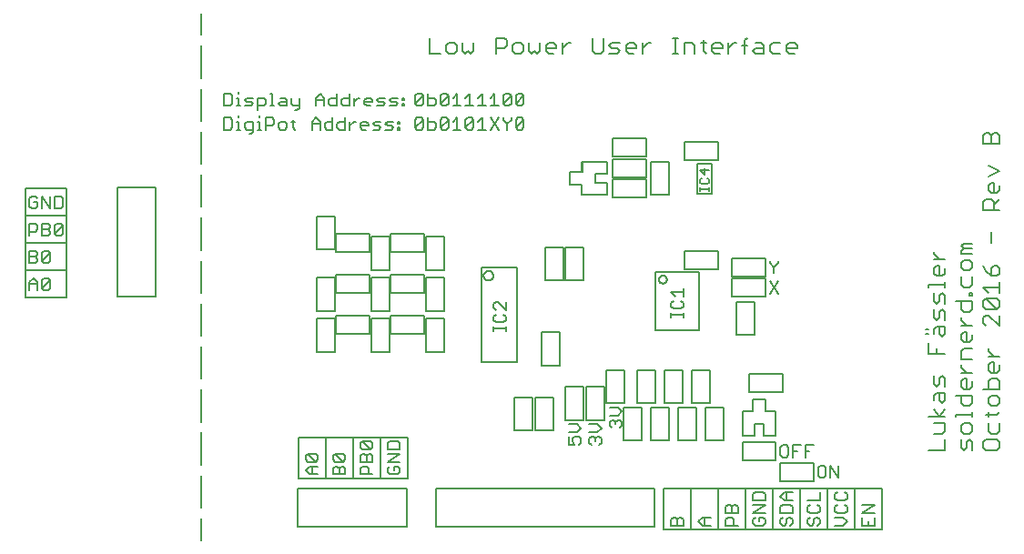
<source format=gto>
G75*
%MOIN*%
%OFA0B0*%
%FSLAX25Y25*%
%IPPOS*%
%LPD*%
%AMOC8*
5,1,8,0,0,1.08239X$1,22.5*
%
%ADD10C,0.00591*%
%ADD11C,0.00600*%
%ADD12C,0.00800*%
D10*
X0122083Y0002022D02*
X0122083Y0009896D01*
X0122083Y0013833D02*
X0122083Y0025644D01*
X0122083Y0029581D02*
X0122083Y0041392D01*
X0122083Y0045329D02*
X0122083Y0057140D01*
X0122083Y0061077D02*
X0122083Y0072888D01*
X0122083Y0076825D02*
X0122083Y0088636D01*
X0122083Y0092573D02*
X0122083Y0104385D01*
X0122083Y0108322D02*
X0122083Y0120133D01*
X0122083Y0124070D02*
X0122083Y0135881D01*
X0122083Y0139818D02*
X0122083Y0151629D01*
X0122083Y0155566D02*
X0122083Y0167377D01*
X0122083Y0171314D02*
X0122083Y0183125D01*
X0122083Y0187062D02*
X0122083Y0194936D01*
X0105461Y0131274D02*
X0091461Y0131274D01*
X0091461Y0091274D01*
X0105461Y0091274D01*
X0105461Y0131274D01*
X0072595Y0130772D02*
X0072595Y0120772D01*
X0057595Y0120772D01*
X0057595Y0110772D01*
X0072595Y0110772D01*
X0072595Y0120772D01*
X0072595Y0130772D02*
X0057595Y0130772D01*
X0057595Y0120772D01*
X0057595Y0110772D02*
X0057595Y0100772D01*
X0072595Y0100772D01*
X0072595Y0110772D01*
X0072595Y0100772D02*
X0072595Y0090772D01*
X0057595Y0090772D01*
X0057595Y0100772D01*
X0164249Y0098125D02*
X0164249Y0085920D01*
X0170942Y0085920D01*
X0170942Y0098125D01*
X0164249Y0098125D01*
X0171493Y0099119D02*
X0171493Y0092426D01*
X0183698Y0092426D01*
X0183698Y0099119D01*
X0171493Y0099119D01*
X0184249Y0098125D02*
X0184249Y0085920D01*
X0190942Y0085920D01*
X0190942Y0098125D01*
X0184249Y0098125D01*
X0184249Y0100920D02*
X0190942Y0100920D01*
X0190942Y0113125D01*
X0184249Y0113125D01*
X0184249Y0100920D01*
X0191493Y0099119D02*
X0191493Y0092426D01*
X0203698Y0092426D01*
X0203698Y0099119D01*
X0191493Y0099119D01*
X0204249Y0098125D02*
X0210942Y0098125D01*
X0210942Y0085920D01*
X0204249Y0085920D01*
X0204249Y0098125D01*
X0204249Y0100920D02*
X0210942Y0100920D01*
X0210942Y0113125D01*
X0204249Y0113125D01*
X0204249Y0100920D01*
X0203698Y0107426D02*
X0191493Y0107426D01*
X0191493Y0114119D01*
X0203698Y0114119D01*
X0203698Y0107426D01*
X0224849Y0101747D02*
X0237841Y0101747D01*
X0237841Y0067298D01*
X0224849Y0067298D01*
X0224849Y0101747D01*
X0225463Y0098897D02*
X0225465Y0098980D01*
X0225471Y0099064D01*
X0225481Y0099147D01*
X0225494Y0099229D01*
X0225512Y0099311D01*
X0225534Y0099391D01*
X0225559Y0099471D01*
X0225588Y0099549D01*
X0225620Y0099626D01*
X0225657Y0099702D01*
X0225696Y0099775D01*
X0225740Y0099846D01*
X0225786Y0099916D01*
X0225836Y0099983D01*
X0225889Y0100048D01*
X0225944Y0100110D01*
X0226003Y0100169D01*
X0226065Y0100226D01*
X0226129Y0100279D01*
X0226195Y0100330D01*
X0226264Y0100377D01*
X0226335Y0100421D01*
X0226408Y0100462D01*
X0226483Y0100499D01*
X0226559Y0100532D01*
X0226637Y0100562D01*
X0226717Y0100588D01*
X0226797Y0100611D01*
X0226878Y0100629D01*
X0226961Y0100644D01*
X0227043Y0100655D01*
X0227127Y0100662D01*
X0227210Y0100665D01*
X0227294Y0100664D01*
X0227377Y0100659D01*
X0227460Y0100650D01*
X0227543Y0100637D01*
X0227624Y0100621D01*
X0227705Y0100600D01*
X0227785Y0100576D01*
X0227864Y0100548D01*
X0227941Y0100516D01*
X0228017Y0100481D01*
X0228091Y0100442D01*
X0228163Y0100400D01*
X0228233Y0100354D01*
X0228300Y0100305D01*
X0228366Y0100253D01*
X0228428Y0100198D01*
X0228489Y0100140D01*
X0228546Y0100079D01*
X0228600Y0100016D01*
X0228651Y0099950D01*
X0228700Y0099881D01*
X0228744Y0099811D01*
X0228786Y0099738D01*
X0228824Y0099664D01*
X0228858Y0099588D01*
X0228889Y0099510D01*
X0228916Y0099431D01*
X0228940Y0099351D01*
X0228959Y0099270D01*
X0228975Y0099188D01*
X0228987Y0099105D01*
X0228995Y0099022D01*
X0228999Y0098939D01*
X0228999Y0098855D01*
X0228995Y0098772D01*
X0228987Y0098689D01*
X0228975Y0098606D01*
X0228959Y0098524D01*
X0228940Y0098443D01*
X0228916Y0098363D01*
X0228889Y0098284D01*
X0228858Y0098206D01*
X0228824Y0098130D01*
X0228786Y0098056D01*
X0228744Y0097983D01*
X0228700Y0097913D01*
X0228651Y0097844D01*
X0228600Y0097778D01*
X0228546Y0097715D01*
X0228489Y0097654D01*
X0228428Y0097596D01*
X0228366Y0097541D01*
X0228300Y0097489D01*
X0228233Y0097440D01*
X0228163Y0097394D01*
X0228091Y0097352D01*
X0228017Y0097313D01*
X0227941Y0097278D01*
X0227864Y0097246D01*
X0227785Y0097218D01*
X0227705Y0097194D01*
X0227624Y0097173D01*
X0227543Y0097157D01*
X0227460Y0097144D01*
X0227377Y0097135D01*
X0227294Y0097130D01*
X0227210Y0097129D01*
X0227127Y0097132D01*
X0227043Y0097139D01*
X0226961Y0097150D01*
X0226878Y0097165D01*
X0226797Y0097183D01*
X0226717Y0097206D01*
X0226637Y0097232D01*
X0226559Y0097262D01*
X0226483Y0097295D01*
X0226408Y0097332D01*
X0226335Y0097373D01*
X0226264Y0097417D01*
X0226195Y0097464D01*
X0226129Y0097515D01*
X0226065Y0097568D01*
X0226003Y0097625D01*
X0225944Y0097684D01*
X0225889Y0097746D01*
X0225836Y0097811D01*
X0225786Y0097878D01*
X0225740Y0097948D01*
X0225696Y0098019D01*
X0225657Y0098092D01*
X0225620Y0098168D01*
X0225588Y0098245D01*
X0225559Y0098323D01*
X0225534Y0098403D01*
X0225512Y0098483D01*
X0225494Y0098565D01*
X0225481Y0098647D01*
X0225471Y0098730D01*
X0225465Y0098814D01*
X0225463Y0098897D01*
X0247999Y0097170D02*
X0247999Y0109375D01*
X0254692Y0109375D01*
X0254692Y0097170D01*
X0247999Y0097170D01*
X0255499Y0097170D02*
X0262192Y0097170D01*
X0262192Y0109375D01*
X0255499Y0109375D01*
X0255499Y0097170D01*
X0288471Y0100152D02*
X0304219Y0100152D01*
X0304219Y0078892D01*
X0288471Y0078892D01*
X0288471Y0100152D01*
X0289653Y0097495D02*
X0289655Y0097572D01*
X0289661Y0097648D01*
X0289671Y0097724D01*
X0289685Y0097799D01*
X0289702Y0097874D01*
X0289724Y0097947D01*
X0289749Y0098020D01*
X0289779Y0098091D01*
X0289811Y0098160D01*
X0289848Y0098227D01*
X0289887Y0098293D01*
X0289930Y0098356D01*
X0289977Y0098417D01*
X0290026Y0098476D01*
X0290079Y0098532D01*
X0290134Y0098585D01*
X0290192Y0098635D01*
X0290252Y0098682D01*
X0290315Y0098726D01*
X0290380Y0098767D01*
X0290447Y0098804D01*
X0290516Y0098838D01*
X0290586Y0098868D01*
X0290658Y0098894D01*
X0290732Y0098916D01*
X0290806Y0098935D01*
X0290881Y0098950D01*
X0290957Y0098961D01*
X0291033Y0098968D01*
X0291110Y0098971D01*
X0291186Y0098970D01*
X0291263Y0098965D01*
X0291339Y0098956D01*
X0291415Y0098943D01*
X0291489Y0098926D01*
X0291563Y0098906D01*
X0291636Y0098881D01*
X0291707Y0098853D01*
X0291777Y0098821D01*
X0291845Y0098786D01*
X0291911Y0098747D01*
X0291975Y0098705D01*
X0292036Y0098659D01*
X0292096Y0098610D01*
X0292152Y0098559D01*
X0292206Y0098504D01*
X0292257Y0098447D01*
X0292305Y0098387D01*
X0292350Y0098325D01*
X0292391Y0098260D01*
X0292429Y0098194D01*
X0292464Y0098126D01*
X0292494Y0098055D01*
X0292522Y0097984D01*
X0292545Y0097911D01*
X0292565Y0097837D01*
X0292581Y0097762D01*
X0292593Y0097686D01*
X0292601Y0097610D01*
X0292605Y0097533D01*
X0292605Y0097457D01*
X0292601Y0097380D01*
X0292593Y0097304D01*
X0292581Y0097228D01*
X0292565Y0097153D01*
X0292545Y0097079D01*
X0292522Y0097006D01*
X0292494Y0096935D01*
X0292464Y0096864D01*
X0292429Y0096796D01*
X0292391Y0096730D01*
X0292350Y0096665D01*
X0292305Y0096603D01*
X0292257Y0096543D01*
X0292206Y0096486D01*
X0292152Y0096431D01*
X0292096Y0096380D01*
X0292036Y0096331D01*
X0291975Y0096285D01*
X0291911Y0096243D01*
X0291845Y0096204D01*
X0291777Y0096169D01*
X0291707Y0096137D01*
X0291636Y0096109D01*
X0291563Y0096084D01*
X0291489Y0096064D01*
X0291415Y0096047D01*
X0291339Y0096034D01*
X0291263Y0096025D01*
X0291186Y0096020D01*
X0291110Y0096019D01*
X0291033Y0096022D01*
X0290957Y0096029D01*
X0290881Y0096040D01*
X0290806Y0096055D01*
X0290732Y0096074D01*
X0290658Y0096096D01*
X0290586Y0096122D01*
X0290516Y0096152D01*
X0290447Y0096186D01*
X0290380Y0096223D01*
X0290315Y0096264D01*
X0290252Y0096308D01*
X0290192Y0096355D01*
X0290134Y0096405D01*
X0290079Y0096458D01*
X0290026Y0096514D01*
X0289977Y0096573D01*
X0289930Y0096634D01*
X0289887Y0096697D01*
X0289848Y0096763D01*
X0289811Y0096830D01*
X0289779Y0096899D01*
X0289749Y0096970D01*
X0289724Y0097043D01*
X0289702Y0097116D01*
X0289685Y0097191D01*
X0289671Y0097266D01*
X0289661Y0097342D01*
X0289655Y0097418D01*
X0289653Y0097495D01*
X0298993Y0101176D02*
X0298993Y0107869D01*
X0311198Y0107869D01*
X0311198Y0101176D01*
X0298993Y0101176D01*
X0316493Y0098676D02*
X0316493Y0105369D01*
X0328698Y0105369D01*
X0328698Y0098676D01*
X0316493Y0098676D01*
X0316493Y0097869D02*
X0316493Y0091176D01*
X0328698Y0091176D01*
X0328698Y0097869D01*
X0316493Y0097869D01*
X0317999Y0089375D02*
X0317999Y0077170D01*
X0324692Y0077170D01*
X0324692Y0089375D01*
X0317999Y0089375D01*
X0308442Y0064375D02*
X0301749Y0064375D01*
X0301749Y0052170D01*
X0308442Y0052170D01*
X0308442Y0064375D01*
X0298442Y0064375D02*
X0291749Y0064375D01*
X0291749Y0052170D01*
X0298442Y0052170D01*
X0298442Y0064375D01*
X0288442Y0064375D02*
X0281749Y0064375D01*
X0281749Y0052170D01*
X0288442Y0052170D01*
X0288442Y0064375D01*
X0277192Y0064375D02*
X0270499Y0064375D01*
X0270499Y0052170D01*
X0277192Y0052170D01*
X0277192Y0064375D01*
X0269692Y0058125D02*
X0262999Y0058125D01*
X0262999Y0045920D01*
X0269692Y0045920D01*
X0269692Y0058125D01*
X0262192Y0058125D02*
X0255499Y0058125D01*
X0255499Y0045920D01*
X0262192Y0045920D01*
X0262192Y0058125D01*
X0250942Y0054375D02*
X0244249Y0054375D01*
X0244249Y0042170D01*
X0250942Y0042170D01*
X0250942Y0054375D01*
X0243442Y0054375D02*
X0236749Y0054375D01*
X0236749Y0042170D01*
X0243442Y0042170D01*
X0243442Y0054375D01*
X0246749Y0065920D02*
X0253442Y0065920D01*
X0253442Y0078125D01*
X0246749Y0078125D01*
X0246749Y0065920D01*
X0276749Y0050625D02*
X0283442Y0050625D01*
X0283442Y0038420D01*
X0276749Y0038420D01*
X0276749Y0050625D01*
X0286749Y0050625D02*
X0293442Y0050625D01*
X0293442Y0038420D01*
X0286749Y0038420D01*
X0286749Y0050625D01*
X0296749Y0050625D02*
X0303442Y0050625D01*
X0303442Y0038420D01*
X0296749Y0038420D01*
X0296749Y0050625D01*
X0306749Y0050625D02*
X0313442Y0050625D01*
X0313442Y0038420D01*
X0306749Y0038420D01*
X0306749Y0050625D01*
X0320440Y0049385D02*
X0323983Y0049385D01*
X0323983Y0053715D01*
X0328707Y0053715D01*
X0328707Y0049385D01*
X0332251Y0049385D01*
X0332251Y0040329D01*
X0327920Y0040329D01*
X0327920Y0044660D01*
X0324770Y0044660D01*
X0324770Y0040329D01*
X0320440Y0040329D01*
X0320440Y0049385D01*
X0322743Y0056176D02*
X0334948Y0056176D01*
X0334948Y0062869D01*
X0322743Y0062869D01*
X0322743Y0056176D01*
X0320243Y0037869D02*
X0320243Y0031176D01*
X0332448Y0031176D01*
X0332448Y0037869D01*
X0320243Y0037869D01*
X0333993Y0030369D02*
X0333993Y0023676D01*
X0346198Y0023676D01*
X0346198Y0030369D01*
X0333993Y0030369D01*
X0331345Y0020772D02*
X0321345Y0020772D01*
X0321345Y0005772D01*
X0311345Y0005772D01*
X0311345Y0020772D01*
X0321345Y0020772D01*
X0311345Y0020772D02*
X0301345Y0020772D01*
X0301345Y0005772D01*
X0291345Y0005772D01*
X0291345Y0020772D01*
X0301345Y0020772D01*
X0288068Y0020833D02*
X0288068Y0006833D01*
X0208068Y0006833D01*
X0208068Y0020833D01*
X0288068Y0020833D01*
X0301345Y0005772D02*
X0311345Y0005772D01*
X0321345Y0005772D02*
X0331345Y0005772D01*
X0331345Y0020772D01*
X0341345Y0020772D01*
X0341345Y0005772D01*
X0331345Y0005772D01*
X0341345Y0005772D02*
X0351345Y0005772D01*
X0351345Y0020772D01*
X0361345Y0020772D01*
X0361345Y0005772D01*
X0351345Y0005772D01*
X0361345Y0005772D02*
X0371345Y0005772D01*
X0371345Y0020772D01*
X0361345Y0020772D01*
X0351345Y0020772D02*
X0341345Y0020772D01*
X0210942Y0070920D02*
X0210942Y0083125D01*
X0204249Y0083125D01*
X0204249Y0070920D01*
X0210942Y0070920D01*
X0203698Y0077426D02*
X0203698Y0084119D01*
X0191493Y0084119D01*
X0191493Y0077426D01*
X0203698Y0077426D01*
X0190942Y0083125D02*
X0190942Y0070920D01*
X0184249Y0070920D01*
X0184249Y0083125D01*
X0190942Y0083125D01*
X0183698Y0084119D02*
X0171493Y0084119D01*
X0171493Y0077426D01*
X0183698Y0077426D01*
X0183698Y0084119D01*
X0170942Y0083125D02*
X0164249Y0083125D01*
X0164249Y0070920D01*
X0170942Y0070920D01*
X0170942Y0083125D01*
X0171493Y0107426D02*
X0171493Y0114119D01*
X0183698Y0114119D01*
X0183698Y0107426D01*
X0171493Y0107426D01*
X0170942Y0108420D02*
X0170942Y0120625D01*
X0164249Y0120625D01*
X0164249Y0108420D01*
X0170942Y0108420D01*
X0257152Y0132160D02*
X0257152Y0136885D01*
X0261483Y0136885D01*
X0261483Y0140428D01*
X0270538Y0140428D01*
X0270538Y0136097D01*
X0266207Y0136097D01*
X0266207Y0132948D01*
X0270538Y0132948D01*
X0270538Y0128617D01*
X0261483Y0128617D01*
X0261483Y0132160D01*
X0257152Y0132160D01*
X0272743Y0134119D02*
X0272743Y0127426D01*
X0284948Y0127426D01*
X0284948Y0134119D01*
X0272743Y0134119D01*
X0272743Y0134926D02*
X0272743Y0141619D01*
X0284948Y0141619D01*
X0284948Y0134926D01*
X0272743Y0134926D01*
X0286749Y0140625D02*
X0286749Y0128420D01*
X0293442Y0128420D01*
X0293442Y0140625D01*
X0286749Y0140625D01*
X0284948Y0142426D02*
X0284948Y0149119D01*
X0272743Y0149119D01*
X0272743Y0142426D01*
X0284948Y0142426D01*
X0298993Y0141176D02*
X0298993Y0147869D01*
X0311198Y0147869D01*
X0311198Y0141176D01*
X0298993Y0141176D01*
X0303589Y0140034D02*
X0309101Y0140034D01*
X0309101Y0129010D01*
X0303589Y0129010D01*
X0303589Y0140034D01*
X0197595Y0039522D02*
X0187595Y0039522D01*
X0187595Y0024522D01*
X0197595Y0024522D01*
X0197595Y0039522D01*
X0187595Y0039522D02*
X0177595Y0039522D01*
X0177595Y0024522D01*
X0187595Y0024522D01*
X0197201Y0020833D02*
X0197201Y0006833D01*
X0157201Y0006833D01*
X0157201Y0020833D01*
X0197201Y0020833D01*
X0177595Y0024522D02*
X0167595Y0024522D01*
X0167595Y0039522D01*
X0157595Y0039522D01*
X0157595Y0024522D01*
X0167595Y0024522D01*
X0167595Y0039522D02*
X0177595Y0039522D01*
D11*
X0180391Y0037482D02*
X0181125Y0038216D01*
X0184061Y0035280D01*
X0184795Y0036014D01*
X0184795Y0037482D01*
X0184061Y0038216D01*
X0181125Y0038216D01*
X0180391Y0037482D02*
X0180391Y0036014D01*
X0181125Y0035280D01*
X0184061Y0035280D01*
X0184061Y0033612D02*
X0184795Y0032878D01*
X0184795Y0030676D01*
X0180391Y0030676D01*
X0180391Y0032878D01*
X0181125Y0033612D01*
X0181859Y0033612D01*
X0182593Y0032878D01*
X0182593Y0030676D01*
X0182593Y0029008D02*
X0183327Y0028274D01*
X0183327Y0026072D01*
X0184795Y0026072D02*
X0180391Y0026072D01*
X0180391Y0028274D01*
X0181125Y0029008D01*
X0182593Y0029008D01*
X0182593Y0032878D02*
X0183327Y0033612D01*
X0184061Y0033612D01*
X0190391Y0033612D02*
X0194795Y0033612D01*
X0190391Y0030676D01*
X0194795Y0030676D01*
X0194061Y0029008D02*
X0192593Y0029008D01*
X0192593Y0027540D01*
X0191125Y0026072D02*
X0194061Y0026072D01*
X0194795Y0026806D01*
X0194795Y0028274D01*
X0194061Y0029008D01*
X0191125Y0029008D02*
X0190391Y0028274D01*
X0190391Y0026806D01*
X0191125Y0026072D01*
X0190391Y0035280D02*
X0190391Y0037482D01*
X0191125Y0038216D01*
X0194061Y0038216D01*
X0194795Y0037482D01*
X0194795Y0035280D01*
X0190391Y0035280D01*
X0174795Y0032878D02*
X0174795Y0031410D01*
X0174061Y0030676D01*
X0171125Y0033612D01*
X0174061Y0033612D01*
X0174795Y0032878D01*
X0174061Y0030676D02*
X0171125Y0030676D01*
X0170391Y0031410D01*
X0170391Y0032878D01*
X0171125Y0033612D01*
X0171125Y0029008D02*
X0171859Y0029008D01*
X0172593Y0028274D01*
X0172593Y0026072D01*
X0170391Y0026072D02*
X0170391Y0028274D01*
X0171125Y0029008D01*
X0172593Y0028274D02*
X0173327Y0029008D01*
X0174061Y0029008D01*
X0174795Y0028274D01*
X0174795Y0026072D01*
X0170391Y0026072D01*
X0164795Y0026072D02*
X0161859Y0026072D01*
X0160391Y0027540D01*
X0161859Y0029008D01*
X0164795Y0029008D01*
X0164061Y0030676D02*
X0161125Y0033612D01*
X0164061Y0033612D01*
X0164795Y0032878D01*
X0164795Y0031410D01*
X0164061Y0030676D01*
X0161125Y0030676D01*
X0160391Y0031410D01*
X0160391Y0032878D01*
X0161125Y0033612D01*
X0162593Y0029008D02*
X0162593Y0026072D01*
X0256641Y0036864D02*
X0258843Y0036864D01*
X0258109Y0038332D01*
X0258109Y0039066D01*
X0258843Y0039800D01*
X0260311Y0039800D01*
X0261045Y0039066D01*
X0261045Y0037598D01*
X0260311Y0036864D01*
X0256641Y0036864D02*
X0256641Y0039800D01*
X0256641Y0041468D02*
X0259577Y0041468D01*
X0261045Y0042936D01*
X0259577Y0044404D01*
X0256641Y0044404D01*
X0264141Y0044404D02*
X0267077Y0044404D01*
X0268545Y0042936D01*
X0267077Y0041468D01*
X0264141Y0041468D01*
X0264875Y0039800D02*
X0265609Y0039800D01*
X0266343Y0039066D01*
X0267077Y0039800D01*
X0267811Y0039800D01*
X0268545Y0039066D01*
X0268545Y0037598D01*
X0267811Y0036864D01*
X0266343Y0038332D02*
X0266343Y0039066D01*
X0264875Y0039800D02*
X0264141Y0039066D01*
X0264141Y0037598D01*
X0264875Y0036864D01*
X0271641Y0043848D02*
X0271641Y0045316D01*
X0272375Y0046050D01*
X0273109Y0046050D01*
X0273843Y0045316D01*
X0274577Y0046050D01*
X0275311Y0046050D01*
X0276045Y0045316D01*
X0276045Y0043848D01*
X0275311Y0043114D01*
X0273843Y0044582D02*
X0273843Y0045316D01*
X0274577Y0047718D02*
X0276045Y0049186D01*
X0274577Y0050654D01*
X0271641Y0050654D01*
X0271641Y0047718D02*
X0274577Y0047718D01*
X0271641Y0043848D02*
X0272375Y0043114D01*
X0324141Y0018732D02*
X0324141Y0016530D01*
X0328545Y0016530D01*
X0328545Y0018732D01*
X0327811Y0019466D01*
X0324875Y0019466D01*
X0324141Y0018732D01*
X0324141Y0014862D02*
X0328545Y0014862D01*
X0324141Y0011926D01*
X0328545Y0011926D01*
X0327811Y0010258D02*
X0326343Y0010258D01*
X0326343Y0008790D01*
X0324875Y0007322D02*
X0327811Y0007322D01*
X0328545Y0008056D01*
X0328545Y0009524D01*
X0327811Y0010258D01*
X0324875Y0010258D02*
X0324141Y0009524D01*
X0324141Y0008056D01*
X0324875Y0007322D01*
X0318545Y0007322D02*
X0314141Y0007322D01*
X0314141Y0009524D01*
X0314875Y0010258D01*
X0316343Y0010258D01*
X0317077Y0009524D01*
X0317077Y0007322D01*
X0316343Y0011926D02*
X0316343Y0014128D01*
X0317077Y0014862D01*
X0317811Y0014862D01*
X0318545Y0014128D01*
X0318545Y0011926D01*
X0314141Y0011926D01*
X0314141Y0014128D01*
X0314875Y0014862D01*
X0315609Y0014862D01*
X0316343Y0014128D01*
X0308545Y0010258D02*
X0305609Y0010258D01*
X0304141Y0008790D01*
X0305609Y0007322D01*
X0308545Y0007322D01*
X0306343Y0007322D02*
X0306343Y0010258D01*
X0298545Y0009524D02*
X0298545Y0007322D01*
X0294141Y0007322D01*
X0294141Y0009524D01*
X0294875Y0010258D01*
X0295609Y0010258D01*
X0296343Y0009524D01*
X0296343Y0007322D01*
X0296343Y0009524D02*
X0297077Y0010258D01*
X0297811Y0010258D01*
X0298545Y0009524D01*
X0334141Y0009524D02*
X0334141Y0008056D01*
X0334875Y0007322D01*
X0335609Y0007322D01*
X0336343Y0008056D01*
X0336343Y0009524D01*
X0337077Y0010258D01*
X0337811Y0010258D01*
X0338545Y0009524D01*
X0338545Y0008056D01*
X0337811Y0007322D01*
X0334875Y0010258D02*
X0334141Y0009524D01*
X0334141Y0011926D02*
X0334141Y0014128D01*
X0334875Y0014862D01*
X0337811Y0014862D01*
X0338545Y0014128D01*
X0338545Y0011926D01*
X0334141Y0011926D01*
X0335609Y0016530D02*
X0334141Y0017998D01*
X0335609Y0019466D01*
X0338545Y0019466D01*
X0336343Y0019466D02*
X0336343Y0016530D01*
X0335609Y0016530D02*
X0338545Y0016530D01*
X0344141Y0016530D02*
X0348545Y0016530D01*
X0348545Y0019466D01*
X0354141Y0018732D02*
X0354141Y0017264D01*
X0354875Y0016530D01*
X0357811Y0016530D01*
X0358545Y0017264D01*
X0358545Y0018732D01*
X0357811Y0019466D01*
X0354875Y0019466D02*
X0354141Y0018732D01*
X0354875Y0014862D02*
X0354141Y0014128D01*
X0354141Y0012660D01*
X0354875Y0011926D01*
X0357811Y0011926D01*
X0358545Y0012660D01*
X0358545Y0014128D01*
X0357811Y0014862D01*
X0364141Y0014862D02*
X0368545Y0014862D01*
X0364141Y0011926D01*
X0368545Y0011926D01*
X0368545Y0010258D02*
X0368545Y0007322D01*
X0364141Y0007322D01*
X0364141Y0010258D01*
X0366343Y0008790D02*
X0366343Y0007322D01*
X0358545Y0008790D02*
X0357077Y0010258D01*
X0354141Y0010258D01*
X0354141Y0007322D02*
X0357077Y0007322D01*
X0358545Y0008790D01*
X0348545Y0008056D02*
X0347811Y0007322D01*
X0348545Y0008056D02*
X0348545Y0009524D01*
X0347811Y0010258D01*
X0347077Y0010258D01*
X0346343Y0009524D01*
X0346343Y0008056D01*
X0345609Y0007322D01*
X0344875Y0007322D01*
X0344141Y0008056D01*
X0344141Y0009524D01*
X0344875Y0010258D01*
X0344875Y0011926D02*
X0347811Y0011926D01*
X0348545Y0012660D01*
X0348545Y0014128D01*
X0347811Y0014862D01*
X0344875Y0014862D02*
X0344141Y0014128D01*
X0344141Y0012660D01*
X0344875Y0011926D01*
X0348629Y0024822D02*
X0347895Y0025556D01*
X0347895Y0028492D01*
X0348629Y0029226D01*
X0350097Y0029226D01*
X0350831Y0028492D01*
X0350831Y0025556D01*
X0350097Y0024822D01*
X0348629Y0024822D01*
X0352499Y0024822D02*
X0352499Y0029226D01*
X0355435Y0024822D01*
X0355435Y0029226D01*
X0344821Y0034524D02*
X0343353Y0034524D01*
X0343353Y0032322D02*
X0343353Y0036726D01*
X0346289Y0036726D01*
X0341685Y0036726D02*
X0338749Y0036726D01*
X0338749Y0032322D01*
X0337081Y0033056D02*
X0337081Y0035992D01*
X0336347Y0036726D01*
X0334879Y0036726D01*
X0334145Y0035992D01*
X0334145Y0033056D01*
X0334879Y0032322D01*
X0336347Y0032322D01*
X0337081Y0033056D01*
X0338749Y0034524D02*
X0340217Y0034524D01*
X0331945Y0049229D02*
X0328836Y0049229D01*
X0298545Y0083684D02*
X0298545Y0085152D01*
X0298545Y0084418D02*
X0294141Y0084418D01*
X0294141Y0083684D02*
X0294141Y0085152D01*
X0294875Y0086753D02*
X0297811Y0086753D01*
X0298545Y0087487D01*
X0298545Y0088955D01*
X0297811Y0089689D01*
X0298545Y0091357D02*
X0298545Y0094293D01*
X0298545Y0092825D02*
X0294141Y0092825D01*
X0295609Y0091357D01*
X0294875Y0089689D02*
X0294141Y0088955D01*
X0294141Y0087487D01*
X0294875Y0086753D01*
X0330395Y0092322D02*
X0333331Y0096726D01*
X0330395Y0096726D02*
X0333331Y0092322D01*
X0331863Y0099822D02*
X0331863Y0102024D01*
X0333331Y0103492D01*
X0333331Y0104226D01*
X0331863Y0102024D02*
X0330395Y0103492D01*
X0330395Y0104226D01*
X0308014Y0129989D02*
X0308014Y0131102D01*
X0308014Y0130545D02*
X0304674Y0130545D01*
X0304674Y0129989D02*
X0304674Y0131102D01*
X0305230Y0132406D02*
X0307457Y0132406D01*
X0308014Y0132962D01*
X0308014Y0134075D01*
X0307457Y0134632D01*
X0306344Y0136031D02*
X0304674Y0137701D01*
X0308014Y0137701D01*
X0306344Y0138257D02*
X0306344Y0136031D01*
X0305230Y0134632D02*
X0304674Y0134075D01*
X0304674Y0132962D01*
X0305230Y0132406D01*
X0261639Y0137013D02*
X0261639Y0140122D01*
X0240162Y0153056D02*
X0239428Y0152322D01*
X0237960Y0152322D01*
X0237227Y0153056D01*
X0240162Y0155992D01*
X0240162Y0153056D01*
X0237227Y0153056D02*
X0237227Y0155992D01*
X0237960Y0156726D01*
X0239428Y0156726D01*
X0240162Y0155992D01*
X0235558Y0155992D02*
X0234091Y0154524D01*
X0234091Y0152322D01*
X0234091Y0154524D02*
X0232623Y0155992D01*
X0232623Y0156726D01*
X0230955Y0156726D02*
X0228019Y0152322D01*
X0226351Y0152322D02*
X0223415Y0152322D01*
X0224883Y0152322D02*
X0224883Y0156726D01*
X0223415Y0155258D01*
X0221747Y0155992D02*
X0218811Y0153056D01*
X0219545Y0152322D01*
X0221013Y0152322D01*
X0221747Y0153056D01*
X0221747Y0155992D01*
X0221013Y0156726D01*
X0219545Y0156726D01*
X0218811Y0155992D01*
X0218811Y0153056D01*
X0217143Y0152322D02*
X0214207Y0152322D01*
X0215675Y0152322D02*
X0215675Y0156726D01*
X0214207Y0155258D01*
X0212539Y0155992D02*
X0209603Y0153056D01*
X0210337Y0152322D01*
X0211805Y0152322D01*
X0212539Y0153056D01*
X0212539Y0155992D01*
X0211805Y0156726D01*
X0210337Y0156726D01*
X0209603Y0155992D01*
X0209603Y0153056D01*
X0207935Y0153056D02*
X0207935Y0154524D01*
X0207201Y0155258D01*
X0204999Y0155258D01*
X0204999Y0156726D02*
X0204999Y0152322D01*
X0207201Y0152322D01*
X0207935Y0153056D01*
X0203331Y0153056D02*
X0203331Y0155992D01*
X0200395Y0153056D01*
X0201129Y0152322D01*
X0202597Y0152322D01*
X0203331Y0153056D01*
X0200395Y0153056D02*
X0200395Y0155992D01*
X0201129Y0156726D01*
X0202597Y0156726D01*
X0203331Y0155992D01*
X0202597Y0161072D02*
X0201129Y0161072D01*
X0200395Y0161806D01*
X0203331Y0164742D01*
X0203331Y0161806D01*
X0202597Y0161072D01*
X0200395Y0161806D02*
X0200395Y0164742D01*
X0201129Y0165476D01*
X0202597Y0165476D01*
X0203331Y0164742D01*
X0204999Y0164008D02*
X0207201Y0164008D01*
X0207935Y0163274D01*
X0207935Y0161806D01*
X0207201Y0161072D01*
X0204999Y0161072D01*
X0204999Y0165476D01*
X0209603Y0164742D02*
X0210337Y0165476D01*
X0211805Y0165476D01*
X0212539Y0164742D01*
X0209603Y0161806D01*
X0210337Y0161072D01*
X0211805Y0161072D01*
X0212539Y0161806D01*
X0212539Y0164742D01*
X0214207Y0164008D02*
X0215675Y0165476D01*
X0215675Y0161072D01*
X0214207Y0161072D02*
X0217143Y0161072D01*
X0218811Y0161072D02*
X0221747Y0161072D01*
X0220279Y0161072D02*
X0220279Y0165476D01*
X0218811Y0164008D01*
X0223415Y0164008D02*
X0224883Y0165476D01*
X0224883Y0161072D01*
X0223415Y0161072D02*
X0226351Y0161072D01*
X0228019Y0161072D02*
X0230955Y0161072D01*
X0229487Y0161072D02*
X0229487Y0165476D01*
X0228019Y0164008D01*
X0232623Y0164742D02*
X0232623Y0161806D01*
X0235558Y0164742D01*
X0235558Y0161806D01*
X0234824Y0161072D01*
X0233357Y0161072D01*
X0232623Y0161806D01*
X0237227Y0161806D02*
X0240162Y0164742D01*
X0240162Y0161806D01*
X0239428Y0161072D01*
X0237960Y0161072D01*
X0237227Y0161806D01*
X0237227Y0164742D01*
X0237960Y0165476D01*
X0239428Y0165476D01*
X0240162Y0164742D01*
X0235558Y0164742D02*
X0234824Y0165476D01*
X0233357Y0165476D01*
X0232623Y0164742D01*
X0235558Y0156726D02*
X0235558Y0155992D01*
X0230955Y0152322D02*
X0228019Y0156726D01*
X0209603Y0161806D02*
X0209603Y0164742D01*
X0196351Y0164008D02*
X0196351Y0163274D01*
X0195617Y0163274D01*
X0195617Y0164008D01*
X0196351Y0164008D01*
X0196351Y0161806D02*
X0196351Y0161072D01*
X0195617Y0161072D01*
X0195617Y0161806D01*
X0196351Y0161806D01*
X0193949Y0161806D02*
X0193215Y0162540D01*
X0191747Y0162540D01*
X0191013Y0163274D01*
X0191747Y0164008D01*
X0193949Y0164008D01*
X0193949Y0161806D02*
X0193215Y0161072D01*
X0191013Y0161072D01*
X0189345Y0161806D02*
X0188611Y0162540D01*
X0187144Y0162540D01*
X0186410Y0163274D01*
X0187144Y0164008D01*
X0189345Y0164008D01*
X0189345Y0161806D02*
X0188611Y0161072D01*
X0186410Y0161072D01*
X0184741Y0162540D02*
X0181806Y0162540D01*
X0181806Y0161806D02*
X0181806Y0163274D01*
X0182540Y0164008D01*
X0184007Y0164008D01*
X0184741Y0163274D01*
X0184741Y0162540D01*
X0184007Y0161072D02*
X0182540Y0161072D01*
X0181806Y0161806D01*
X0180171Y0164008D02*
X0179437Y0164008D01*
X0177969Y0162540D01*
X0177969Y0161072D02*
X0177969Y0164008D01*
X0176301Y0164008D02*
X0174099Y0164008D01*
X0173365Y0163274D01*
X0173365Y0161806D01*
X0174099Y0161072D01*
X0176301Y0161072D01*
X0176301Y0165476D01*
X0171697Y0165476D02*
X0171697Y0161072D01*
X0169495Y0161072D01*
X0168761Y0161806D01*
X0168761Y0163274D01*
X0169495Y0164008D01*
X0171697Y0164008D01*
X0167093Y0164008D02*
X0167093Y0161072D01*
X0167093Y0163274D02*
X0164157Y0163274D01*
X0164157Y0164008D02*
X0165625Y0165476D01*
X0167093Y0164008D01*
X0164157Y0164008D02*
X0164157Y0161072D01*
X0157885Y0161072D02*
X0155683Y0161072D01*
X0154949Y0161806D01*
X0154949Y0164008D01*
X0153281Y0163274D02*
X0153281Y0161072D01*
X0151079Y0161072D01*
X0150345Y0161806D01*
X0151079Y0162540D01*
X0153281Y0162540D01*
X0153281Y0163274D02*
X0152547Y0164008D01*
X0151079Y0164008D01*
X0148010Y0165476D02*
X0148010Y0161072D01*
X0147276Y0161072D02*
X0148744Y0161072D01*
X0145608Y0161806D02*
X0145608Y0163274D01*
X0144874Y0164008D01*
X0142672Y0164008D01*
X0142672Y0159604D01*
X0142672Y0161072D02*
X0144874Y0161072D01*
X0145608Y0161806D01*
X0141004Y0161806D02*
X0140270Y0162540D01*
X0138802Y0162540D01*
X0138068Y0163274D01*
X0138802Y0164008D01*
X0141004Y0164008D01*
X0141004Y0161806D02*
X0140270Y0161072D01*
X0138068Y0161072D01*
X0136467Y0161072D02*
X0134999Y0161072D01*
X0135733Y0161072D02*
X0135733Y0164008D01*
X0134999Y0164008D01*
X0135733Y0165476D02*
X0135733Y0166210D01*
X0133331Y0164742D02*
X0132597Y0165476D01*
X0130395Y0165476D01*
X0130395Y0161072D01*
X0132597Y0161072D01*
X0133331Y0161806D01*
X0133331Y0164742D01*
X0147276Y0165476D02*
X0148010Y0165476D01*
X0157885Y0164008D02*
X0157885Y0160338D01*
X0157151Y0159604D01*
X0156417Y0159604D01*
X0155683Y0155992D02*
X0155683Y0153056D01*
X0156417Y0152322D01*
X0156417Y0155258D02*
X0154949Y0155258D01*
X0153281Y0154524D02*
X0152547Y0155258D01*
X0151079Y0155258D01*
X0150345Y0154524D01*
X0150345Y0153056D01*
X0151079Y0152322D01*
X0152547Y0152322D01*
X0153281Y0153056D01*
X0153281Y0154524D01*
X0148677Y0154524D02*
X0148677Y0155992D01*
X0147943Y0156726D01*
X0145742Y0156726D01*
X0145742Y0152322D01*
X0145742Y0153790D02*
X0147943Y0153790D01*
X0148677Y0154524D01*
X0144140Y0152322D02*
X0142672Y0152322D01*
X0143406Y0152322D02*
X0143406Y0155258D01*
X0142672Y0155258D01*
X0143406Y0156726D02*
X0143406Y0157460D01*
X0141004Y0155258D02*
X0138802Y0155258D01*
X0138068Y0154524D01*
X0138068Y0153056D01*
X0138802Y0152322D01*
X0141004Y0152322D01*
X0141004Y0151588D02*
X0141004Y0155258D01*
X0141004Y0151588D02*
X0140270Y0150854D01*
X0139536Y0150854D01*
X0136467Y0152322D02*
X0134999Y0152322D01*
X0135733Y0152322D02*
X0135733Y0155258D01*
X0134999Y0155258D01*
X0135733Y0156726D02*
X0135733Y0157460D01*
X0133331Y0155992D02*
X0132597Y0156726D01*
X0130395Y0156726D01*
X0130395Y0152322D01*
X0132597Y0152322D01*
X0133331Y0153056D01*
X0133331Y0155992D01*
X0162623Y0155258D02*
X0162623Y0152322D01*
X0162623Y0154524D02*
X0165558Y0154524D01*
X0165558Y0155258D02*
X0165558Y0152322D01*
X0167227Y0153056D02*
X0167227Y0154524D01*
X0167960Y0155258D01*
X0170162Y0155258D01*
X0170162Y0156726D02*
X0170162Y0152322D01*
X0167960Y0152322D01*
X0167227Y0153056D01*
X0165558Y0155258D02*
X0164091Y0156726D01*
X0162623Y0155258D01*
X0171830Y0154524D02*
X0171830Y0153056D01*
X0172564Y0152322D01*
X0174766Y0152322D01*
X0174766Y0156726D01*
X0174766Y0155258D02*
X0172564Y0155258D01*
X0171830Y0154524D01*
X0176434Y0153790D02*
X0177902Y0155258D01*
X0178636Y0155258D01*
X0180271Y0154524D02*
X0181005Y0155258D01*
X0182473Y0155258D01*
X0183207Y0154524D01*
X0183207Y0153790D01*
X0180271Y0153790D01*
X0180271Y0153056D02*
X0180271Y0154524D01*
X0180271Y0153056D02*
X0181005Y0152322D01*
X0182473Y0152322D01*
X0184875Y0152322D02*
X0187077Y0152322D01*
X0187811Y0153056D01*
X0187077Y0153790D01*
X0185609Y0153790D01*
X0184875Y0154524D01*
X0185609Y0155258D01*
X0187811Y0155258D01*
X0189479Y0154524D02*
X0190213Y0155258D01*
X0192415Y0155258D01*
X0191681Y0153790D02*
X0190213Y0153790D01*
X0189479Y0154524D01*
X0189479Y0152322D02*
X0191681Y0152322D01*
X0192415Y0153056D01*
X0191681Y0153790D01*
X0194083Y0153056D02*
X0194083Y0152322D01*
X0194817Y0152322D01*
X0194817Y0153056D01*
X0194083Y0153056D01*
X0194083Y0154524D02*
X0194083Y0155258D01*
X0194817Y0155258D01*
X0194817Y0154524D01*
X0194083Y0154524D01*
X0176434Y0155258D02*
X0176434Y0152322D01*
X0071289Y0127242D02*
X0071289Y0124306D01*
X0070555Y0123572D01*
X0068353Y0123572D01*
X0068353Y0127976D01*
X0070555Y0127976D01*
X0071289Y0127242D01*
X0066685Y0127976D02*
X0066685Y0123572D01*
X0063749Y0127976D01*
X0063749Y0123572D01*
X0062081Y0124306D02*
X0062081Y0125774D01*
X0060613Y0125774D01*
X0059145Y0124306D02*
X0059879Y0123572D01*
X0061347Y0123572D01*
X0062081Y0124306D01*
X0059145Y0124306D02*
X0059145Y0127242D01*
X0059879Y0127976D01*
X0061347Y0127976D01*
X0062081Y0127242D01*
X0061347Y0117976D02*
X0059145Y0117976D01*
X0059145Y0113572D01*
X0059145Y0115040D02*
X0061347Y0115040D01*
X0062081Y0115774D01*
X0062081Y0117242D01*
X0061347Y0117976D01*
X0063749Y0117976D02*
X0065951Y0117976D01*
X0066685Y0117242D01*
X0066685Y0116508D01*
X0065951Y0115774D01*
X0063749Y0115774D01*
X0063749Y0113572D02*
X0065951Y0113572D01*
X0066685Y0114306D01*
X0066685Y0115040D01*
X0065951Y0115774D01*
X0068353Y0114306D02*
X0071289Y0117242D01*
X0071289Y0114306D01*
X0070555Y0113572D01*
X0069087Y0113572D01*
X0068353Y0114306D01*
X0068353Y0117242D01*
X0069087Y0117976D01*
X0070555Y0117976D01*
X0071289Y0117242D01*
X0063749Y0117976D02*
X0063749Y0113572D01*
X0064483Y0107976D02*
X0065951Y0107976D01*
X0066685Y0107242D01*
X0063749Y0104306D01*
X0064483Y0103572D01*
X0065951Y0103572D01*
X0066685Y0104306D01*
X0066685Y0107242D01*
X0064483Y0107976D02*
X0063749Y0107242D01*
X0063749Y0104306D01*
X0062081Y0104306D02*
X0062081Y0105040D01*
X0061347Y0105774D01*
X0059145Y0105774D01*
X0059145Y0103572D02*
X0061347Y0103572D01*
X0062081Y0104306D01*
X0061347Y0105774D02*
X0062081Y0106508D01*
X0062081Y0107242D01*
X0061347Y0107976D01*
X0059145Y0107976D01*
X0059145Y0103572D01*
X0060613Y0097976D02*
X0062081Y0096508D01*
X0062081Y0093572D01*
X0063749Y0094306D02*
X0066685Y0097242D01*
X0066685Y0094306D01*
X0065951Y0093572D01*
X0064483Y0093572D01*
X0063749Y0094306D01*
X0063749Y0097242D01*
X0064483Y0097976D01*
X0065951Y0097976D01*
X0066685Y0097242D01*
X0062081Y0095774D02*
X0059145Y0095774D01*
X0059145Y0096508D02*
X0060613Y0097976D01*
X0059145Y0096508D02*
X0059145Y0093572D01*
X0229141Y0088559D02*
X0229141Y0087091D01*
X0229875Y0086357D01*
X0229875Y0084689D02*
X0229141Y0083955D01*
X0229141Y0082487D01*
X0229875Y0081753D01*
X0232811Y0081753D01*
X0233545Y0082487D01*
X0233545Y0083955D01*
X0232811Y0084689D01*
X0233545Y0086357D02*
X0230609Y0089293D01*
X0229875Y0089293D01*
X0229141Y0088559D01*
X0233545Y0089293D02*
X0233545Y0086357D01*
X0233545Y0080152D02*
X0233545Y0078684D01*
X0233545Y0079418D02*
X0229141Y0079418D01*
X0229141Y0078684D02*
X0229141Y0080152D01*
D12*
X0387473Y0079352D02*
X0388440Y0079352D01*
X0388440Y0077417D02*
X0387473Y0077417D01*
X0390375Y0077417D02*
X0390375Y0079352D01*
X0391343Y0080320D01*
X0394245Y0080320D01*
X0394245Y0077417D01*
X0393278Y0076450D01*
X0392310Y0077417D01*
X0392310Y0080320D01*
X0391343Y0082527D02*
X0390375Y0083494D01*
X0390375Y0086397D01*
X0392310Y0085429D02*
X0392310Y0083494D01*
X0391343Y0082527D01*
X0394245Y0082527D02*
X0394245Y0085429D01*
X0393278Y0086397D01*
X0392310Y0085429D01*
X0391343Y0088604D02*
X0390375Y0089572D01*
X0390375Y0092474D01*
X0392310Y0091507D02*
X0392310Y0089572D01*
X0391343Y0088604D01*
X0394245Y0088604D02*
X0394245Y0091507D01*
X0393278Y0092474D01*
X0392310Y0091507D01*
X0394245Y0094681D02*
X0394245Y0096616D01*
X0394245Y0095649D02*
X0388440Y0095649D01*
X0388440Y0094681D01*
X0391343Y0098733D02*
X0390375Y0099700D01*
X0390375Y0101635D01*
X0391343Y0102603D01*
X0392310Y0102603D01*
X0392310Y0098733D01*
X0391343Y0098733D02*
X0393278Y0098733D01*
X0394245Y0099700D01*
X0394245Y0101635D01*
X0394245Y0104810D02*
X0390375Y0104810D01*
X0390375Y0106745D02*
X0390375Y0107712D01*
X0390375Y0106745D02*
X0392310Y0104810D01*
X0400375Y0103661D02*
X0400375Y0101726D01*
X0401343Y0100759D01*
X0403278Y0100759D01*
X0404245Y0101726D01*
X0404245Y0103661D01*
X0403278Y0104628D01*
X0401343Y0104628D01*
X0400375Y0103661D01*
X0400375Y0106836D02*
X0400375Y0107803D01*
X0401343Y0108771D01*
X0400375Y0109738D01*
X0401343Y0110706D01*
X0404245Y0110706D01*
X0404245Y0108771D02*
X0401343Y0108771D01*
X0400375Y0106836D02*
X0404245Y0106836D01*
X0411343Y0110887D02*
X0411343Y0114757D01*
X0412310Y0123042D02*
X0412310Y0125944D01*
X0411343Y0126912D01*
X0409408Y0126912D01*
X0408440Y0125944D01*
X0408440Y0123042D01*
X0414245Y0123042D01*
X0412310Y0124977D02*
X0414245Y0126912D01*
X0413278Y0129119D02*
X0411343Y0129119D01*
X0410375Y0130086D01*
X0410375Y0132021D01*
X0411343Y0132989D01*
X0412310Y0132989D01*
X0412310Y0129119D01*
X0413278Y0129119D02*
X0414245Y0130086D01*
X0414245Y0132021D01*
X0410375Y0135196D02*
X0414245Y0137131D01*
X0410375Y0139066D01*
X0411343Y0147350D02*
X0411343Y0150253D01*
X0412310Y0151220D01*
X0413278Y0151220D01*
X0414245Y0150253D01*
X0414245Y0147350D01*
X0408440Y0147350D01*
X0408440Y0150253D01*
X0409408Y0151220D01*
X0410375Y0151220D01*
X0411343Y0150253D01*
X0340219Y0182160D02*
X0336349Y0182160D01*
X0336349Y0183127D02*
X0337317Y0184095D01*
X0339252Y0184095D01*
X0340219Y0183127D01*
X0340219Y0182160D01*
X0339252Y0180225D02*
X0337317Y0180225D01*
X0336349Y0181192D01*
X0336349Y0183127D01*
X0334142Y0184095D02*
X0331240Y0184095D01*
X0330272Y0183127D01*
X0330272Y0181192D01*
X0331240Y0180225D01*
X0334142Y0180225D01*
X0328065Y0180225D02*
X0328065Y0183127D01*
X0327097Y0184095D01*
X0325162Y0184095D01*
X0325162Y0182160D02*
X0328065Y0182160D01*
X0328065Y0180225D02*
X0325162Y0180225D01*
X0324195Y0181192D01*
X0325162Y0182160D01*
X0322078Y0183127D02*
X0320143Y0183127D01*
X0321111Y0185062D02*
X0321111Y0180225D01*
X0317982Y0184095D02*
X0317014Y0184095D01*
X0315079Y0182160D01*
X0315079Y0180225D02*
X0315079Y0184095D01*
X0312872Y0183127D02*
X0312872Y0182160D01*
X0309002Y0182160D01*
X0309002Y0183127D02*
X0309969Y0184095D01*
X0311904Y0184095D01*
X0312872Y0183127D01*
X0311904Y0180225D02*
X0309969Y0180225D01*
X0309002Y0181192D01*
X0309002Y0183127D01*
X0306885Y0184095D02*
X0304950Y0184095D01*
X0305918Y0185062D02*
X0305918Y0181192D01*
X0306885Y0180225D01*
X0302743Y0180225D02*
X0302743Y0183127D01*
X0301776Y0184095D01*
X0298873Y0184095D01*
X0298873Y0180225D01*
X0296757Y0180225D02*
X0294822Y0180225D01*
X0295789Y0180225D02*
X0295789Y0186030D01*
X0294822Y0186030D02*
X0296757Y0186030D01*
X0286583Y0184095D02*
X0285615Y0184095D01*
X0283680Y0182160D01*
X0283680Y0180225D02*
X0283680Y0184095D01*
X0281473Y0183127D02*
X0281473Y0182160D01*
X0277603Y0182160D01*
X0277603Y0183127D02*
X0278571Y0184095D01*
X0280506Y0184095D01*
X0281473Y0183127D01*
X0280506Y0180225D02*
X0278571Y0180225D01*
X0277603Y0181192D01*
X0277603Y0183127D01*
X0275396Y0184095D02*
X0272493Y0184095D01*
X0271526Y0183127D01*
X0272493Y0182160D01*
X0274428Y0182160D01*
X0275396Y0181192D01*
X0274428Y0180225D01*
X0271526Y0180225D01*
X0269319Y0181192D02*
X0269319Y0186030D01*
X0265449Y0186030D02*
X0265449Y0181192D01*
X0266416Y0180225D01*
X0268351Y0180225D01*
X0269319Y0181192D01*
X0257210Y0184095D02*
X0256242Y0184095D01*
X0254307Y0182160D01*
X0254307Y0180225D02*
X0254307Y0184095D01*
X0252100Y0183127D02*
X0252100Y0182160D01*
X0248230Y0182160D01*
X0248230Y0183127D02*
X0249198Y0184095D01*
X0251133Y0184095D01*
X0252100Y0183127D01*
X0251133Y0180225D02*
X0249198Y0180225D01*
X0248230Y0181192D01*
X0248230Y0183127D01*
X0246023Y0184095D02*
X0246023Y0181192D01*
X0245055Y0180225D01*
X0244088Y0181192D01*
X0243120Y0180225D01*
X0242153Y0181192D01*
X0242153Y0184095D01*
X0239946Y0183127D02*
X0239946Y0181192D01*
X0238978Y0180225D01*
X0237043Y0180225D01*
X0236076Y0181192D01*
X0236076Y0183127D01*
X0237043Y0184095D01*
X0238978Y0184095D01*
X0239946Y0183127D01*
X0233868Y0183127D02*
X0233868Y0185062D01*
X0232901Y0186030D01*
X0229998Y0186030D01*
X0229998Y0180225D01*
X0229998Y0182160D02*
X0232901Y0182160D01*
X0233868Y0183127D01*
X0221714Y0184095D02*
X0221714Y0181192D01*
X0220747Y0180225D01*
X0219779Y0181192D01*
X0218812Y0180225D01*
X0217844Y0181192D01*
X0217844Y0184095D01*
X0215637Y0183127D02*
X0215637Y0181192D01*
X0214669Y0180225D01*
X0212734Y0180225D01*
X0211767Y0181192D01*
X0211767Y0183127D01*
X0212734Y0184095D01*
X0214669Y0184095D01*
X0215637Y0183127D01*
X0209560Y0180225D02*
X0205690Y0180225D01*
X0205690Y0186030D01*
X0321111Y0185062D02*
X0322078Y0186030D01*
X0408440Y0102603D02*
X0409408Y0100668D01*
X0411343Y0098733D01*
X0411343Y0101635D01*
X0412310Y0102603D01*
X0413278Y0102603D01*
X0414245Y0101635D01*
X0414245Y0099700D01*
X0413278Y0098733D01*
X0411343Y0098733D01*
X0414245Y0096526D02*
X0414245Y0092656D01*
X0414245Y0094591D02*
X0408440Y0094591D01*
X0410375Y0092656D01*
X0409408Y0090448D02*
X0413278Y0086578D01*
X0414245Y0087546D01*
X0414245Y0089481D01*
X0413278Y0090448D01*
X0409408Y0090448D01*
X0408440Y0089481D01*
X0408440Y0087546D01*
X0409408Y0086578D01*
X0413278Y0086578D01*
X0414245Y0084371D02*
X0414245Y0080501D01*
X0410375Y0084371D01*
X0409408Y0084371D01*
X0408440Y0083404D01*
X0408440Y0081469D01*
X0409408Y0080501D01*
X0404245Y0080501D02*
X0400375Y0080501D01*
X0402310Y0080501D02*
X0400375Y0082436D01*
X0400375Y0083404D01*
X0401343Y0085566D02*
X0400375Y0086533D01*
X0400375Y0089436D01*
X0398440Y0089436D02*
X0404245Y0089436D01*
X0404245Y0086533D01*
X0403278Y0085566D01*
X0401343Y0085566D01*
X0403278Y0091643D02*
X0403278Y0092610D01*
X0404245Y0092610D01*
X0404245Y0091643D01*
X0403278Y0091643D01*
X0403278Y0094681D02*
X0401343Y0094681D01*
X0400375Y0095649D01*
X0400375Y0098551D01*
X0404245Y0098551D02*
X0404245Y0095649D01*
X0403278Y0094681D01*
X0402310Y0078294D02*
X0402310Y0074424D01*
X0401343Y0074424D02*
X0400375Y0075392D01*
X0400375Y0077327D01*
X0401343Y0078294D01*
X0402310Y0078294D01*
X0404245Y0077327D02*
X0404245Y0075392D01*
X0403278Y0074424D01*
X0401343Y0074424D01*
X0401343Y0072217D02*
X0404245Y0072217D01*
X0401343Y0072217D02*
X0400375Y0071249D01*
X0400375Y0068347D01*
X0404245Y0068347D01*
X0400375Y0066185D02*
X0400375Y0065217D01*
X0402310Y0063283D01*
X0404245Y0063283D02*
X0400375Y0063283D01*
X0401343Y0061075D02*
X0402310Y0061075D01*
X0402310Y0057205D01*
X0401343Y0057205D02*
X0400375Y0058173D01*
X0400375Y0060108D01*
X0401343Y0061075D01*
X0404245Y0060108D02*
X0404245Y0058173D01*
X0403278Y0057205D01*
X0401343Y0057205D01*
X0400375Y0054998D02*
X0400375Y0052096D01*
X0401343Y0051128D01*
X0403278Y0051128D01*
X0404245Y0052096D01*
X0404245Y0054998D01*
X0398440Y0054998D01*
X0394245Y0056011D02*
X0394245Y0053108D01*
X0393278Y0052141D01*
X0392310Y0053108D01*
X0392310Y0056011D01*
X0391343Y0056011D02*
X0394245Y0056011D01*
X0394245Y0058218D02*
X0394245Y0061121D01*
X0393278Y0062088D01*
X0392310Y0061121D01*
X0392310Y0059186D01*
X0391343Y0058218D01*
X0390375Y0059186D01*
X0390375Y0062088D01*
X0391343Y0056011D02*
X0390375Y0055043D01*
X0390375Y0053108D01*
X0390375Y0049979D02*
X0392310Y0047077D01*
X0394245Y0049979D01*
X0394245Y0047077D02*
X0388440Y0047077D01*
X0390375Y0044869D02*
X0394245Y0044869D01*
X0394245Y0041967D01*
X0393278Y0040999D01*
X0390375Y0040999D01*
X0394245Y0038792D02*
X0394245Y0034922D01*
X0388440Y0034922D01*
X0400375Y0035890D02*
X0401343Y0034922D01*
X0402310Y0035890D01*
X0402310Y0037825D01*
X0403278Y0038792D01*
X0404245Y0037825D01*
X0404245Y0034922D01*
X0400375Y0035890D02*
X0400375Y0038792D01*
X0401343Y0040999D02*
X0403278Y0040999D01*
X0404245Y0041967D01*
X0404245Y0043902D01*
X0403278Y0044869D01*
X0401343Y0044869D01*
X0400375Y0043902D01*
X0400375Y0041967D01*
X0401343Y0040999D01*
X0408440Y0037825D02*
X0408440Y0035890D01*
X0409408Y0034922D01*
X0413278Y0034922D01*
X0414245Y0035890D01*
X0414245Y0037825D01*
X0413278Y0038792D01*
X0409408Y0038792D01*
X0408440Y0037825D01*
X0411343Y0040999D02*
X0413278Y0040999D01*
X0414245Y0041967D01*
X0414245Y0044869D01*
X0413278Y0048044D02*
X0409408Y0048044D01*
X0410375Y0047077D02*
X0410375Y0049012D01*
X0411343Y0051128D02*
X0413278Y0051128D01*
X0414245Y0052096D01*
X0414245Y0054031D01*
X0413278Y0054998D01*
X0411343Y0054998D01*
X0410375Y0054031D01*
X0410375Y0052096D01*
X0411343Y0051128D01*
X0414245Y0049012D02*
X0413278Y0048044D01*
X0410375Y0044869D02*
X0410375Y0041967D01*
X0411343Y0040999D01*
X0404245Y0047077D02*
X0404245Y0049012D01*
X0404245Y0048044D02*
X0398440Y0048044D01*
X0398440Y0047077D01*
X0408440Y0057205D02*
X0414245Y0057205D01*
X0414245Y0060108D01*
X0413278Y0061075D01*
X0411343Y0061075D01*
X0410375Y0060108D01*
X0410375Y0057205D01*
X0411343Y0063283D02*
X0410375Y0064250D01*
X0410375Y0066185D01*
X0411343Y0067152D01*
X0412310Y0067152D01*
X0412310Y0063283D01*
X0411343Y0063283D02*
X0413278Y0063283D01*
X0414245Y0064250D01*
X0414245Y0066185D01*
X0414245Y0069360D02*
X0410375Y0069360D01*
X0410375Y0071295D02*
X0410375Y0072262D01*
X0410375Y0071295D02*
X0412310Y0069360D01*
X0394245Y0070373D02*
X0388440Y0070373D01*
X0388440Y0074243D01*
X0391343Y0072308D02*
X0391343Y0070373D01*
M02*

</source>
